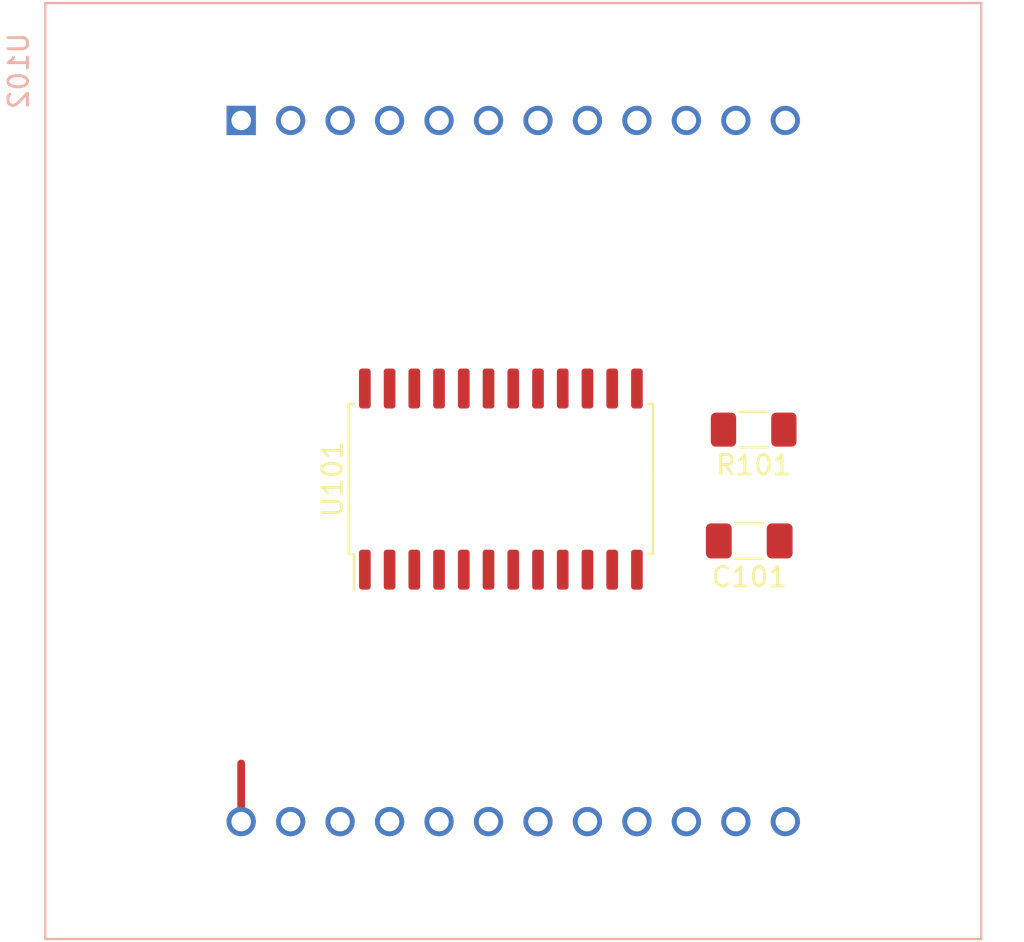
<source format=kicad_pcb>
(kicad_pcb (version 20171130) (host pcbnew 5.1.7)

  (general
    (thickness 1.6)
    (drawings 0)
    (tracks 1)
    (zones 0)
    (modules 4)
    (nets 32)
  )

  (page A4)
  (layers
    (0 F.Cu signal)
    (31 B.Cu signal)
    (32 B.Adhes user)
    (33 F.Adhes user)
    (34 B.Paste user)
    (35 F.Paste user)
    (36 B.SilkS user)
    (37 F.SilkS user)
    (38 B.Mask user)
    (39 F.Mask user)
    (40 Dwgs.User user)
    (41 Cmts.User user)
    (42 Eco1.User user)
    (43 Eco2.User user)
    (44 Edge.Cuts user)
    (45 Margin user)
    (46 B.CrtYd user)
    (47 F.CrtYd user)
    (48 B.Fab user)
    (49 F.Fab user)
  )

  (setup
    (last_trace_width 0.4)
    (trace_clearance 0.2)
    (zone_clearance 0.508)
    (zone_45_only no)
    (trace_min 0.2)
    (via_size 0.8)
    (via_drill 0.4)
    (via_min_size 0.4)
    (via_min_drill 0.3)
    (uvia_size 0.3)
    (uvia_drill 0.1)
    (uvias_allowed no)
    (uvia_min_size 0.2)
    (uvia_min_drill 0.1)
    (edge_width 0.1)
    (segment_width 0.2)
    (pcb_text_width 0.3)
    (pcb_text_size 1.5 1.5)
    (mod_edge_width 0.15)
    (mod_text_size 1 1)
    (mod_text_width 0.15)
    (pad_size 1.524 1.524)
    (pad_drill 0.762)
    (pad_to_mask_clearance 0)
    (aux_axis_origin 0 0)
    (visible_elements FFFFFF7F)
    (pcbplotparams
      (layerselection 0x010fc_ffffffff)
      (usegerberextensions false)
      (usegerberattributes true)
      (usegerberadvancedattributes true)
      (creategerberjobfile true)
      (excludeedgelayer true)
      (linewidth 0.100000)
      (plotframeref false)
      (viasonmask false)
      (mode 1)
      (useauxorigin false)
      (hpglpennumber 1)
      (hpglpenspeed 20)
      (hpglpendiameter 15.000000)
      (psnegative false)
      (psa4output false)
      (plotreference true)
      (plotvalue true)
      (plotinvisibletext false)
      (padsonsilk false)
      (subtractmaskfromsilk false)
      (outputformat 1)
      (mirror false)
      (drillshape 1)
      (scaleselection 1)
      (outputdirectory ""))
  )

  (net 0 "")
  (net 1 +5VD)
  (net 2 GNDD)
  (net 3 "Net-(R101-Pad2)")
  (net 4 /DIN)
  (net 5 /D0)
  (net 6 /D4)
  (net 7 /D6)
  (net 8 /D2)
  (net 9 /D3)
  (net 10 /D7)
  (net 11 /D5)
  (net 12 /D1)
  (net 13 /LOAD)
  (net 14 /CLK)
  (net 15 /S1)
  (net 16 /S6)
  (net 17 /S2)
  (net 18 /S7)
  (net 19 /S3)
  (net 20 /S5)
  (net 21 /S0)
  (net 22 /S4)
  (net 23 /DOUT)
  (net 24 "Net-(U102-Pad2)")
  (net 25 "Net-(U102-Pad5)")
  (net 26 "Net-(U102-Pad8)")
  (net 27 "Net-(U102-Pad11)")
  (net 28 "Net-(U102-Pad14)")
  (net 29 "Net-(U102-Pad17)")
  (net 30 "Net-(U102-Pad20)")
  (net 31 "Net-(U102-Pad23)")

  (net_class Default "Это класс цепей по умолчанию."
    (clearance 0.2)
    (trace_width 0.4)
    (via_dia 0.8)
    (via_drill 0.4)
    (uvia_dia 0.3)
    (uvia_drill 0.1)
    (add_net +5VD)
    (add_net /CLK)
    (add_net /D0)
    (add_net /D1)
    (add_net /D2)
    (add_net /D3)
    (add_net /D4)
    (add_net /D5)
    (add_net /D6)
    (add_net /D7)
    (add_net /DIN)
    (add_net /DOUT)
    (add_net /LOAD)
    (add_net /S0)
    (add_net /S1)
    (add_net /S2)
    (add_net /S3)
    (add_net /S4)
    (add_net /S5)
    (add_net /S6)
    (add_net /S7)
    (add_net GNDD)
    (add_net "Net-(R101-Pad2)")
    (add_net "Net-(U102-Pad11)")
    (add_net "Net-(U102-Pad14)")
    (add_net "Net-(U102-Pad17)")
    (add_net "Net-(U102-Pad2)")
    (add_net "Net-(U102-Pad20)")
    (add_net "Net-(U102-Pad23)")
    (add_net "Net-(U102-Pad5)")
    (add_net "Net-(U102-Pad8)")
  )

  (module Capacitor_SMD:C_1206_3216Metric_Pad1.33x1.80mm_HandSolder (layer F.Cu) (tedit 5F68FEEF) (tstamp 5FA7C5F9)
    (at 121.3375 78.74 180)
    (descr "Capacitor SMD 1206 (3216 Metric), square (rectangular) end terminal, IPC_7351 nominal with elongated pad for handsoldering. (Body size source: IPC-SM-782 page 76, https://www.pcb-3d.com/wordpress/wp-content/uploads/ipc-sm-782a_amendment_1_and_2.pdf), generated with kicad-footprint-generator")
    (tags "capacitor handsolder")
    (path /5FCC0C41)
    (attr smd)
    (fp_text reference C101 (at 0 -1.85) (layer F.SilkS)
      (effects (font (size 1 1) (thickness 0.15)))
    )
    (fp_text value 0.1 (at 0 1.85) (layer F.Fab)
      (effects (font (size 1 1) (thickness 0.15)))
    )
    (fp_line (start 2.48 1.15) (end -2.48 1.15) (layer F.CrtYd) (width 0.05))
    (fp_line (start 2.48 -1.15) (end 2.48 1.15) (layer F.CrtYd) (width 0.05))
    (fp_line (start -2.48 -1.15) (end 2.48 -1.15) (layer F.CrtYd) (width 0.05))
    (fp_line (start -2.48 1.15) (end -2.48 -1.15) (layer F.CrtYd) (width 0.05))
    (fp_line (start -0.711252 0.91) (end 0.711252 0.91) (layer F.SilkS) (width 0.12))
    (fp_line (start -0.711252 -0.91) (end 0.711252 -0.91) (layer F.SilkS) (width 0.12))
    (fp_line (start 1.6 0.8) (end -1.6 0.8) (layer F.Fab) (width 0.1))
    (fp_line (start 1.6 -0.8) (end 1.6 0.8) (layer F.Fab) (width 0.1))
    (fp_line (start -1.6 -0.8) (end 1.6 -0.8) (layer F.Fab) (width 0.1))
    (fp_line (start -1.6 0.8) (end -1.6 -0.8) (layer F.Fab) (width 0.1))
    (fp_text user %R (at 0 0) (layer F.Fab)
      (effects (font (size 0.8 0.8) (thickness 0.12)))
    )
    (pad 1 smd roundrect (at -1.5625 0 180) (size 1.325 1.8) (layers F.Cu F.Paste F.Mask) (roundrect_rratio 0.188679)
      (net 1 +5VD))
    (pad 2 smd roundrect (at 1.5625 0 180) (size 1.325 1.8) (layers F.Cu F.Paste F.Mask) (roundrect_rratio 0.188679)
      (net 2 GNDD))
    (model ${KISYS3DMOD}/Capacitor_SMD.3dshapes/C_1206_3216Metric.wrl
      (at (xyz 0 0 0))
      (scale (xyz 1 1 1))
      (rotate (xyz 0 0 0))
    )
  )

  (module Resistor_SMD:R_1206_3216Metric_Pad1.30x1.75mm_HandSolder (layer F.Cu) (tedit 5F68FEEE) (tstamp 5FA7C60A)
    (at 121.565 73.025 180)
    (descr "Resistor SMD 1206 (3216 Metric), square (rectangular) end terminal, IPC_7351 nominal with elongated pad for handsoldering. (Body size source: IPC-SM-782 page 72, https://www.pcb-3d.com/wordpress/wp-content/uploads/ipc-sm-782a_amendment_1_and_2.pdf), generated with kicad-footprint-generator")
    (tags "resistor handsolder")
    (path /5FA7A5A5)
    (attr smd)
    (fp_text reference R101 (at 0 -1.82) (layer F.SilkS)
      (effects (font (size 1 1) (thickness 0.15)))
    )
    (fp_text value 10k (at 0 1.82) (layer F.Fab)
      (effects (font (size 1 1) (thickness 0.15)))
    )
    (fp_line (start 2.45 1.12) (end -2.45 1.12) (layer F.CrtYd) (width 0.05))
    (fp_line (start 2.45 -1.12) (end 2.45 1.12) (layer F.CrtYd) (width 0.05))
    (fp_line (start -2.45 -1.12) (end 2.45 -1.12) (layer F.CrtYd) (width 0.05))
    (fp_line (start -2.45 1.12) (end -2.45 -1.12) (layer F.CrtYd) (width 0.05))
    (fp_line (start -0.727064 0.91) (end 0.727064 0.91) (layer F.SilkS) (width 0.12))
    (fp_line (start -0.727064 -0.91) (end 0.727064 -0.91) (layer F.SilkS) (width 0.12))
    (fp_line (start 1.6 0.8) (end -1.6 0.8) (layer F.Fab) (width 0.1))
    (fp_line (start 1.6 -0.8) (end 1.6 0.8) (layer F.Fab) (width 0.1))
    (fp_line (start -1.6 -0.8) (end 1.6 -0.8) (layer F.Fab) (width 0.1))
    (fp_line (start -1.6 0.8) (end -1.6 -0.8) (layer F.Fab) (width 0.1))
    (fp_text user %R (at 0 0) (layer F.Fab)
      (effects (font (size 0.8 0.8) (thickness 0.12)))
    )
    (pad 1 smd roundrect (at -1.55 0 180) (size 1.3 1.75) (layers F.Cu F.Paste F.Mask) (roundrect_rratio 0.192308)
      (net 1 +5VD))
    (pad 2 smd roundrect (at 1.55 0 180) (size 1.3 1.75) (layers F.Cu F.Paste F.Mask) (roundrect_rratio 0.192308)
      (net 3 "Net-(R101-Pad2)"))
    (model ${KISYS3DMOD}/Resistor_SMD.3dshapes/R_1206_3216Metric.wrl
      (at (xyz 0 0 0))
      (scale (xyz 1 1 1))
      (rotate (xyz 0 0 0))
    )
  )

  (module Package_SO:SOIC-24W_7.5x15.4mm_P1.27mm (layer F.Cu) (tedit 5D9F72B1) (tstamp 5FA7C639)
    (at 108.585 75.565 90)
    (descr "SOIC, 24 Pin (JEDEC MS-013AD, https://www.analog.com/media/en/package-pcb-resources/package/pkg_pdf/soic_wide-rw/RW_24.pdf), generated with kicad-footprint-generator ipc_gullwing_generator.py")
    (tags "SOIC SO")
    (path /5FA7A7B0)
    (attr smd)
    (fp_text reference U101 (at 0 -8.65 90) (layer F.SilkS)
      (effects (font (size 1 1) (thickness 0.15)))
    )
    (fp_text value MAX7219 (at 0 8.65 90) (layer F.Fab)
      (effects (font (size 1 1) (thickness 0.15)))
    )
    (fp_line (start 5.93 -7.95) (end -5.93 -7.95) (layer F.CrtYd) (width 0.05))
    (fp_line (start 5.93 7.95) (end 5.93 -7.95) (layer F.CrtYd) (width 0.05))
    (fp_line (start -5.93 7.95) (end 5.93 7.95) (layer F.CrtYd) (width 0.05))
    (fp_line (start -5.93 -7.95) (end -5.93 7.95) (layer F.CrtYd) (width 0.05))
    (fp_line (start -3.75 -6.7) (end -2.75 -7.7) (layer F.Fab) (width 0.1))
    (fp_line (start -3.75 7.7) (end -3.75 -6.7) (layer F.Fab) (width 0.1))
    (fp_line (start 3.75 7.7) (end -3.75 7.7) (layer F.Fab) (width 0.1))
    (fp_line (start 3.75 -7.7) (end 3.75 7.7) (layer F.Fab) (width 0.1))
    (fp_line (start -2.75 -7.7) (end 3.75 -7.7) (layer F.Fab) (width 0.1))
    (fp_line (start -3.86 -7.545) (end -5.675 -7.545) (layer F.SilkS) (width 0.12))
    (fp_line (start -3.86 -7.81) (end -3.86 -7.545) (layer F.SilkS) (width 0.12))
    (fp_line (start 0 -7.81) (end -3.86 -7.81) (layer F.SilkS) (width 0.12))
    (fp_line (start 3.86 -7.81) (end 3.86 -7.545) (layer F.SilkS) (width 0.12))
    (fp_line (start 0 -7.81) (end 3.86 -7.81) (layer F.SilkS) (width 0.12))
    (fp_line (start -3.86 7.81) (end -3.86 7.545) (layer F.SilkS) (width 0.12))
    (fp_line (start 0 7.81) (end -3.86 7.81) (layer F.SilkS) (width 0.12))
    (fp_line (start 3.86 7.81) (end 3.86 7.545) (layer F.SilkS) (width 0.12))
    (fp_line (start 0 7.81) (end 3.86 7.81) (layer F.SilkS) (width 0.12))
    (fp_text user %R (at 0 0 90) (layer F.Fab)
      (effects (font (size 1 1) (thickness 0.15)))
    )
    (pad 1 smd roundrect (at -4.65 -6.985 90) (size 2.05 0.6) (layers F.Cu F.Paste F.Mask) (roundrect_rratio 0.25)
      (net 4 /DIN))
    (pad 2 smd roundrect (at -4.65 -5.715 90) (size 2.05 0.6) (layers F.Cu F.Paste F.Mask) (roundrect_rratio 0.25)
      (net 5 /D0))
    (pad 3 smd roundrect (at -4.65 -4.445 90) (size 2.05 0.6) (layers F.Cu F.Paste F.Mask) (roundrect_rratio 0.25)
      (net 6 /D4))
    (pad 4 smd roundrect (at -4.65 -3.175 90) (size 2.05 0.6) (layers F.Cu F.Paste F.Mask) (roundrect_rratio 0.25)
      (net 2 GNDD))
    (pad 5 smd roundrect (at -4.65 -1.905 90) (size 2.05 0.6) (layers F.Cu F.Paste F.Mask) (roundrect_rratio 0.25)
      (net 7 /D6))
    (pad 6 smd roundrect (at -4.65 -0.635 90) (size 2.05 0.6) (layers F.Cu F.Paste F.Mask) (roundrect_rratio 0.25)
      (net 8 /D2))
    (pad 7 smd roundrect (at -4.65 0.635 90) (size 2.05 0.6) (layers F.Cu F.Paste F.Mask) (roundrect_rratio 0.25)
      (net 9 /D3))
    (pad 8 smd roundrect (at -4.65 1.905 90) (size 2.05 0.6) (layers F.Cu F.Paste F.Mask) (roundrect_rratio 0.25)
      (net 10 /D7))
    (pad 9 smd roundrect (at -4.65 3.175 90) (size 2.05 0.6) (layers F.Cu F.Paste F.Mask) (roundrect_rratio 0.25)
      (net 2 GNDD))
    (pad 10 smd roundrect (at -4.65 4.445 90) (size 2.05 0.6) (layers F.Cu F.Paste F.Mask) (roundrect_rratio 0.25)
      (net 11 /D5))
    (pad 11 smd roundrect (at -4.65 5.715 90) (size 2.05 0.6) (layers F.Cu F.Paste F.Mask) (roundrect_rratio 0.25)
      (net 12 /D1))
    (pad 12 smd roundrect (at -4.65 6.985 90) (size 2.05 0.6) (layers F.Cu F.Paste F.Mask) (roundrect_rratio 0.25)
      (net 13 /LOAD))
    (pad 13 smd roundrect (at 4.65 6.985 90) (size 2.05 0.6) (layers F.Cu F.Paste F.Mask) (roundrect_rratio 0.25)
      (net 14 /CLK))
    (pad 14 smd roundrect (at 4.65 5.715 90) (size 2.05 0.6) (layers F.Cu F.Paste F.Mask) (roundrect_rratio 0.25)
      (net 15 /S1))
    (pad 15 smd roundrect (at 4.65 4.445 90) (size 2.05 0.6) (layers F.Cu F.Paste F.Mask) (roundrect_rratio 0.25)
      (net 16 /S6))
    (pad 16 smd roundrect (at 4.65 3.175 90) (size 2.05 0.6) (layers F.Cu F.Paste F.Mask) (roundrect_rratio 0.25)
      (net 17 /S2))
    (pad 17 smd roundrect (at 4.65 1.905 90) (size 2.05 0.6) (layers F.Cu F.Paste F.Mask) (roundrect_rratio 0.25)
      (net 18 /S7))
    (pad 18 smd roundrect (at 4.65 0.635 90) (size 2.05 0.6) (layers F.Cu F.Paste F.Mask) (roundrect_rratio 0.25)
      (net 3 "Net-(R101-Pad2)"))
    (pad 19 smd roundrect (at 4.65 -0.635 90) (size 2.05 0.6) (layers F.Cu F.Paste F.Mask) (roundrect_rratio 0.25)
      (net 1 +5VD))
    (pad 20 smd roundrect (at 4.65 -1.905 90) (size 2.05 0.6) (layers F.Cu F.Paste F.Mask) (roundrect_rratio 0.25)
      (net 19 /S3))
    (pad 21 smd roundrect (at 4.65 -3.175 90) (size 2.05 0.6) (layers F.Cu F.Paste F.Mask) (roundrect_rratio 0.25)
      (net 20 /S5))
    (pad 22 smd roundrect (at 4.65 -4.445 90) (size 2.05 0.6) (layers F.Cu F.Paste F.Mask) (roundrect_rratio 0.25)
      (net 21 /S0))
    (pad 23 smd roundrect (at 4.65 -5.715 90) (size 2.05 0.6) (layers F.Cu F.Paste F.Mask) (roundrect_rratio 0.25)
      (net 22 /S4))
    (pad 24 smd roundrect (at 4.65 -6.985 90) (size 2.05 0.6) (layers F.Cu F.Paste F.Mask) (roundrect_rratio 0.25)
      (net 23 /DOUT))
    (model ${KISYS3DMOD}/Package_SO.3dshapes/SOIC-24W_7.5x15.4mm_P1.27mm.wrl
      (at (xyz 0 0 0))
      (scale (xyz 1 1 1))
      (rotate (xyz 0 0 0))
    )
  )

  (module matrixclock:GNM-19881-BSG (layer B.Cu) (tedit 5FA6DFD9) (tstamp 5FA7C662)
    (at 95.25 57.15 270)
    (descr "4 digit 7 segment green LED, http://www.kingbright.com/attachments/file/psearch/000/00/00/CA56-12CGKWA(Ver.9A).pdf")
    (tags "4 digit 7 segment green LED")
    (path /5FA7DCB0)
    (fp_text reference U102 (at -2.54 11.43 90) (layer B.SilkS)
      (effects (font (size 1 1) (thickness 0.15)) (justify mirror))
    )
    (fp_text value GNM-19881-BSG (at 1.27 -39.37 90) (layer B.Fab)
      (effects (font (size 1 1) (thickness 0.15)) (justify mirror))
    )
    (fp_line (start -6.03 10.06) (end 42.03 10.06) (layer B.SilkS) (width 0.12))
    (fp_line (start -6.03 10.06) (end -6.03 -38) (layer B.SilkS) (width 0.12))
    (fp_line (start -6.03 -38) (end 42.03 -38) (layer B.SilkS) (width 0.12))
    (fp_line (start 42.03 10.06) (end 42.03 -38) (layer B.SilkS) (width 0.12))
    (fp_line (start -5.9 9.93) (end -5.9 -37.87) (layer B.Fab) (width 0.1))
    (fp_line (start -6.16 10.19) (end 42.16 10.19) (layer B.CrtYd) (width 0.05))
    (fp_line (start 42.16 10.19) (end 42.16 -38.13) (layer B.CrtYd) (width 0.05))
    (fp_line (start 42.16 -38.13) (end -6.16 -38.13) (layer B.CrtYd) (width 0.05))
    (fp_line (start -6.16 10.19) (end -6.16 -38.13) (layer B.CrtYd) (width 0.05))
    (fp_line (start -5.9 9.93) (end 41.9 9.93) (layer B.Fab) (width 0.1))
    (fp_line (start 41.9 9.93) (end 41.9 -37.87) (layer B.Fab) (width 0.1))
    (fp_line (start -5.9 -37.87) (end 41.9 -37.87) (layer B.Fab) (width 0.1))
    (fp_text user %R (at 2.284999 11.535001 90) (layer B.Fab)
      (effects (font (size 1 1) (thickness 0.15)) (justify mirror))
    )
    (pad 1 thru_hole rect (at 0 0 270) (size 1.5 1.5) (drill 1) (layers *.Cu *.Mask)
      (net 16 /S6))
    (pad 2 thru_hole circle (at 0 -2.54 270) (size 1.5 1.5) (drill 1) (layers *.Cu *.Mask)
      (net 24 "Net-(U102-Pad2)"))
    (pad 3 thru_hole circle (at 0 -5.08 270) (size 1.5 1.5) (drill 1) (layers *.Cu *.Mask)
      (net 12 /D1))
    (pad 4 thru_hole circle (at 0 -7.62 270) (size 1.5 1.5) (drill 1) (layers *.Cu *.Mask)
      (net 22 /S4))
    (pad 5 thru_hole circle (at 0 -10.16 270) (size 1.5 1.5) (drill 1) (layers *.Cu *.Mask)
      (net 25 "Net-(U102-Pad5)"))
    (pad 6 thru_hole circle (at 0 -12.7 270) (size 1.5 1.5) (drill 1) (layers *.Cu *.Mask)
      (net 9 /D3))
    (pad 7 thru_hole circle (at 0 -15.24 270) (size 1.5 1.5) (drill 1) (layers *.Cu *.Mask)
      (net 17 /S2))
    (pad 8 thru_hole circle (at 0 -17.78 270) (size 1.5 1.5) (drill 1) (layers *.Cu *.Mask)
      (net 26 "Net-(U102-Pad8)"))
    (pad 9 thru_hole circle (at 0 -20.32 270) (size 1.5 1.5) (drill 1) (layers *.Cu *.Mask)
      (net 11 /D5))
    (pad 10 thru_hole circle (at 0 -22.86 270) (size 1.5 1.5) (drill 1) (layers *.Cu *.Mask)
      (net 21 /S0))
    (pad 11 thru_hole circle (at 0 -25.4 270) (size 1.5 1.5) (drill 1) (layers *.Cu *.Mask)
      (net 27 "Net-(U102-Pad11)"))
    (pad 12 thru_hole circle (at 0 -27.94 270) (size 1.5 1.5) (drill 1) (layers *.Cu *.Mask)
      (net 10 /D7))
    (pad 13 thru_hole circle (at 36 -27.94 270) (size 1.5 1.5) (drill 1) (layers *.Cu *.Mask)
      (net 15 /S1))
    (pad 15 thru_hole circle (at 36 -22.86 270) (size 1.5 1.5) (drill 1) (layers *.Cu *.Mask)
      (net 7 /D6))
    (pad 14 thru_hole circle (at 36 -25.4 270) (size 1.5 1.5) (drill 1) (layers *.Cu *.Mask)
      (net 28 "Net-(U102-Pad14)"))
    (pad 16 thru_hole circle (at 36 -20.32 270) (size 1.5 1.5) (drill 1) (layers *.Cu *.Mask)
      (net 19 /S3))
    (pad 17 thru_hole circle (at 36 -17.78 270) (size 1.5 1.5) (drill 1) (layers *.Cu *.Mask)
      (net 29 "Net-(U102-Pad17)"))
    (pad 19 thru_hole circle (at 36 -12.7 270) (size 1.5 1.5) (drill 1) (layers *.Cu *.Mask)
      (net 20 /S5))
    (pad 18 thru_hole circle (at 36 -15.24 270) (size 1.5 1.5) (drill 1) (layers *.Cu *.Mask)
      (net 6 /D4))
    (pad 20 thru_hole circle (at 36 -10.16 270) (size 1.5 1.5) (drill 1) (layers *.Cu *.Mask)
      (net 30 "Net-(U102-Pad20)"))
    (pad 21 thru_hole circle (at 36 -7.62 270) (size 1.5 1.5) (drill 1) (layers *.Cu *.Mask)
      (net 8 /D2))
    (pad 23 thru_hole circle (at 36 -2.54 270) (size 1.5 1.5) (drill 1) (layers *.Cu *.Mask)
      (net 31 "Net-(U102-Pad23)"))
    (pad 22 thru_hole circle (at 36 -5.08 270) (size 1.5 1.5) (drill 1) (layers *.Cu *.Mask)
      (net 18 /S7))
    (pad 24 thru_hole circle (at 36 0 270) (size 1.5 1.5) (drill 1) (layers *.Cu *.Mask)
      (net 5 /D0))
  )

  (segment (start 95.25 93.15) (end 95.25 90.17) (width 0.4) (layer F.Cu) (net 5))

)

</source>
